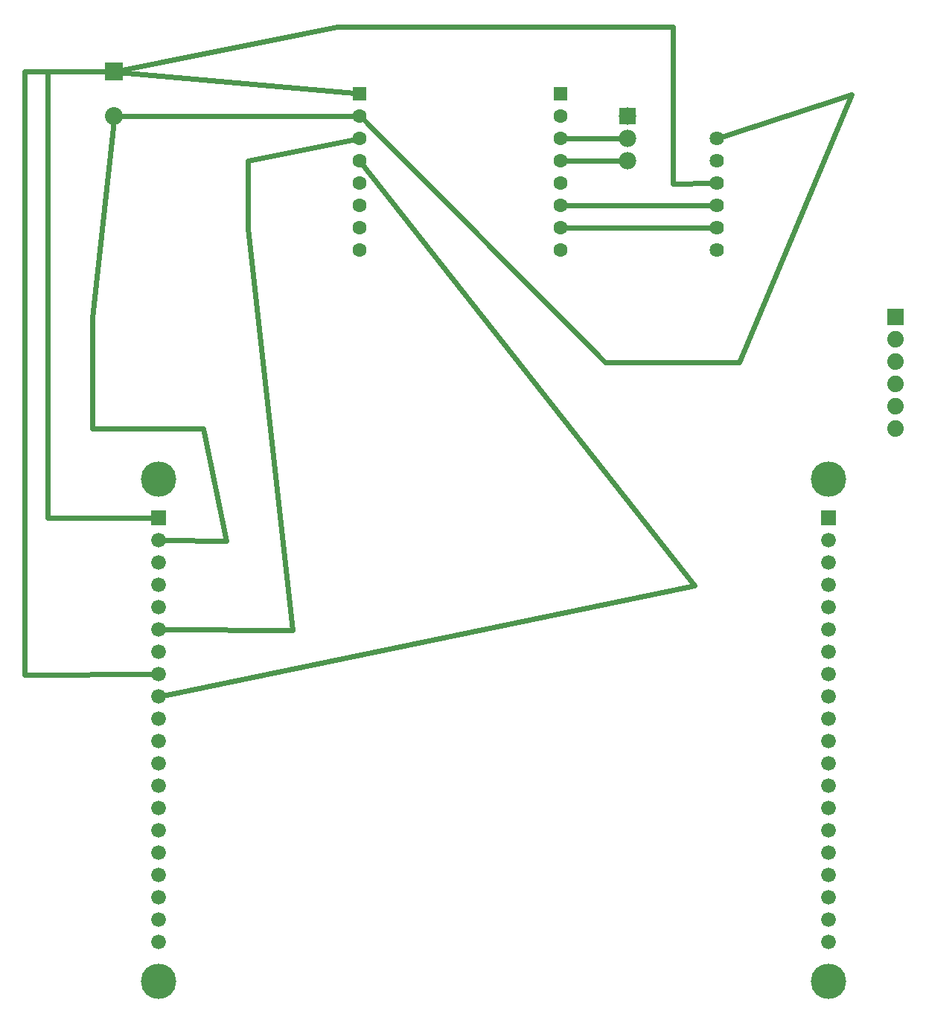
<source format=gtl>
G04 MADE WITH FRITZING*
G04 WWW.FRITZING.ORG*
G04 DOUBLE SIDED*
G04 HOLES PLATED*
G04 CONTOUR ON CENTER OF CONTOUR VECTOR*
%ASAXBY*%
%FSLAX23Y23*%
%MOIN*%
%OFA0B0*%
%SFA1.0B1.0*%
%ADD10C,0.066000*%
%ADD11C,0.158110*%
%ADD12C,0.063018*%
%ADD13C,0.064000*%
%ADD14C,0.080000*%
%ADD15C,0.078000*%
%ADD16C,0.074000*%
%ADD17R,0.066000X0.066000*%
%ADD18R,0.062984X0.062983*%
%ADD19R,0.079986X0.080000*%
%ADD20R,0.078000X0.078000*%
%ADD21R,0.074000X0.074000*%
%ADD22C,0.024000*%
%LNCOPPER1*%
G90*
G70*
G54D10*
X3782Y2340D03*
X782Y1940D03*
X782Y1140D03*
X3782Y2240D03*
G54D11*
X782Y2615D03*
G54D10*
X3782Y2140D03*
X782Y1540D03*
X3782Y2040D03*
X782Y740D03*
X3782Y1940D03*
X782Y2140D03*
X3782Y1840D03*
X782Y1740D03*
X3782Y1740D03*
X782Y1340D03*
X3782Y1640D03*
X782Y940D03*
X3782Y1540D03*
X782Y540D03*
X3782Y1440D03*
G54D11*
X3782Y2615D03*
G54D10*
X3782Y1340D03*
X782Y2040D03*
X3782Y1240D03*
X782Y1840D03*
X3782Y1140D03*
X782Y1640D03*
X3782Y1040D03*
X782Y1440D03*
X3782Y940D03*
X782Y1240D03*
X3782Y840D03*
X782Y1040D03*
X3782Y740D03*
X782Y840D03*
X3782Y640D03*
X782Y640D03*
X3782Y540D03*
G54D11*
X782Y365D03*
G54D10*
X782Y2440D03*
G54D11*
X3782Y365D03*
G54D10*
X782Y2340D03*
X782Y2240D03*
X3782Y2440D03*
G54D12*
X2582Y4340D03*
X1682Y4340D03*
X2582Y4240D03*
X2582Y4140D03*
X2582Y4040D03*
X2582Y3940D03*
X2582Y3840D03*
X2582Y3740D03*
X2582Y3640D03*
X1682Y4240D03*
X1682Y4140D03*
X1682Y4040D03*
X1682Y3940D03*
X1682Y3840D03*
X1682Y3740D03*
X1682Y3640D03*
G54D13*
X3282Y3640D03*
X3282Y3740D03*
X3282Y3840D03*
X3282Y3940D03*
X3282Y4040D03*
X3282Y4140D03*
G54D14*
X582Y4440D03*
X582Y4240D03*
G54D15*
X2882Y4240D03*
X2882Y4140D03*
X2882Y4040D03*
G54D16*
X4082Y3340D03*
X4082Y3240D03*
X4082Y3140D03*
X4082Y3040D03*
X4082Y2940D03*
X4082Y2840D03*
G54D17*
X782Y2440D03*
X3782Y2440D03*
G54D18*
X2582Y4340D03*
X1682Y4340D03*
G54D19*
X582Y4440D03*
G54D20*
X2882Y4240D03*
G54D21*
X4082Y3340D03*
G54D22*
X1657Y4342D02*
X602Y4438D01*
D02*
X3084Y3937D02*
X3084Y4640D01*
D02*
X3084Y4640D02*
X2781Y4640D01*
D02*
X3262Y3940D02*
X3084Y3937D01*
D02*
X2781Y4640D02*
X1581Y4640D01*
D02*
X1581Y4640D02*
X601Y4444D01*
D02*
X602Y4240D02*
X1666Y4240D01*
D02*
X3262Y3740D02*
X2597Y3740D01*
D02*
X3262Y3840D02*
X2597Y3840D01*
D02*
X2863Y4140D02*
X2597Y4140D01*
D02*
X2863Y4040D02*
X2597Y4040D01*
D02*
X762Y2440D02*
X285Y2441D01*
D02*
X285Y4440D02*
X562Y4440D01*
D02*
X285Y2441D02*
X285Y4440D01*
D02*
X485Y3337D02*
X485Y2840D01*
D02*
X485Y2840D02*
X981Y2840D01*
D02*
X981Y2840D02*
X1084Y2338D01*
D02*
X1084Y2338D02*
X801Y2340D01*
D02*
X580Y4220D02*
X485Y3337D01*
D02*
X1381Y1938D02*
X1181Y3737D01*
D02*
X1181Y3737D02*
X1181Y4040D01*
D02*
X1181Y4040D02*
X1666Y4137D01*
D02*
X801Y1940D02*
X1381Y1938D01*
D02*
X182Y1738D02*
X762Y1740D01*
D02*
X182Y4440D02*
X182Y1738D01*
D02*
X562Y4440D02*
X182Y4440D01*
D02*
X3181Y2138D02*
X1691Y4028D01*
D02*
X801Y1644D02*
X3181Y2138D01*
D02*
X3381Y3137D02*
X2781Y3137D01*
D02*
X2781Y3137D02*
X1693Y4229D01*
D02*
X3301Y4146D02*
X3884Y4337D01*
D02*
X3884Y4337D02*
X3381Y3137D01*
G04 End of Copper1*
M02*
</source>
